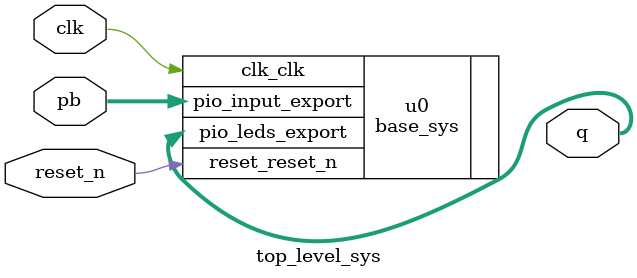
<source format=sv>
module top_level_sys
(
	(* chip_pin = "M8" *) input logic clk,
	(* chip_pin = "J21" *) input logic reset_n,
	(* chip_pin = "H21, H22" *) input logic [1:0] pb,
	(* chip_pin = "C5, B4, A5, C4, B7, A6, C8, C7" *) output logic [7:0] q
);

base_sys u0
(
	.clk_clk          (clk),			//       clk.clk
	.reset_reset_n    (reset_n),		//     reset.reset_n
	.pio_leds_export  (q),				//  pio_leds.export
	.pio_input_export (pb)				// pio_input.export
);

endmodule
	
</source>
